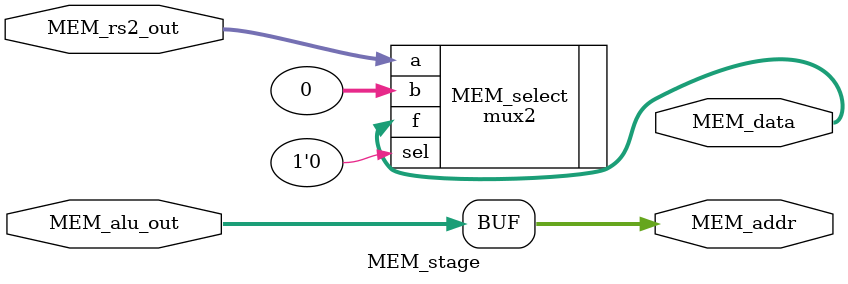
<source format=sv>
module MEM_stage
(
	input [31:0] MEM_rs2_out,
	input [31:0] MEM_alu_out,
	output [31:0] MEM_addr,
	output [31:0] MEM_data

);	

assign MEM_addr = MEM_alu_out;

mux2 #(.width(32)) MEM_select
(
		.a(MEM_rs2_out),
		.b(32'b0),
		.sel(1'b0),
		.f(MEM_data)
);

endmodule: MEM_stage
</source>
